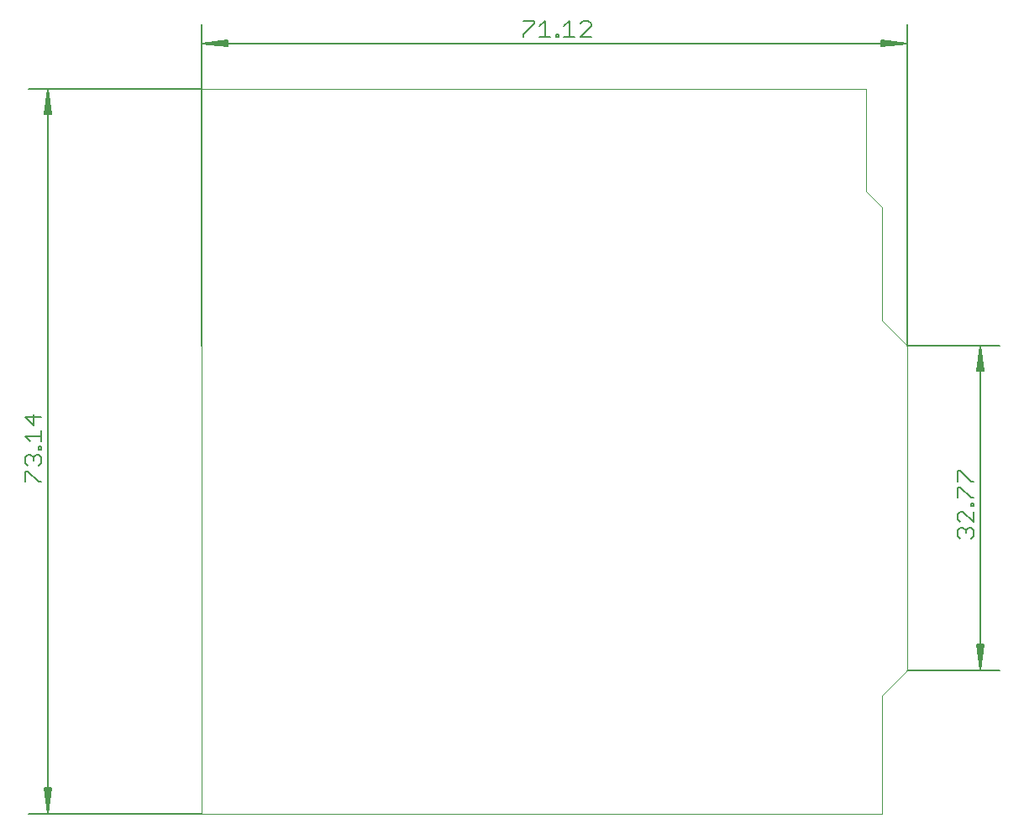
<source format=gbo>
G75*
G70*
%OFA0B0*%
%FSLAX24Y24*%
%IPPOS*%
%LPD*%
%AMOC8*
5,1,8,0,0,1.08239X$1,22.5*
%
%ADD10C,0.0000*%
%ADD11C,0.0051*%
%ADD12C,0.0060*%
D10*
X007360Y000754D02*
X007360Y029550D01*
X033730Y029550D01*
X033730Y025484D01*
X034360Y024854D01*
X034360Y020354D01*
X035360Y019354D01*
X035360Y006454D01*
X034360Y005454D01*
X034360Y000754D01*
X007360Y000754D01*
D11*
X000492Y000754D01*
X001260Y000754D02*
X001362Y001778D01*
X001385Y001778D02*
X001260Y000754D01*
X001157Y001778D01*
X001134Y001778D02*
X001385Y001778D01*
X001311Y001778D02*
X001260Y000754D01*
X001208Y001778D01*
X001134Y001778D02*
X001260Y000754D01*
X001260Y029550D01*
X001362Y028527D01*
X001385Y028527D02*
X001260Y029550D01*
X001157Y028527D01*
X001134Y028527D02*
X001385Y028527D01*
X001311Y028527D02*
X001260Y029550D01*
X001208Y028527D01*
X001134Y028527D02*
X001260Y029550D01*
X000492Y029550D02*
X007360Y029550D01*
X007360Y031354D02*
X008383Y031252D01*
X008383Y031228D02*
X007360Y031354D01*
X008383Y031456D01*
X008383Y031480D02*
X008383Y031228D01*
X008383Y031303D02*
X007360Y031354D01*
X008383Y031405D01*
X008383Y031480D02*
X007360Y031354D01*
X035360Y031354D01*
X034336Y031252D01*
X034336Y031228D02*
X035360Y031354D01*
X034336Y031456D01*
X034336Y031480D02*
X034336Y031228D01*
X034336Y031303D02*
X035360Y031354D01*
X034336Y031405D01*
X034336Y031480D02*
X035360Y031354D01*
X035360Y032122D02*
X035360Y019354D01*
X039027Y019354D01*
X038260Y019354D02*
X038362Y018330D01*
X038385Y018330D02*
X038134Y018330D01*
X038260Y019354D01*
X038157Y018330D01*
X038208Y018330D02*
X038260Y019354D01*
X038311Y018330D01*
X038385Y018330D02*
X038260Y019354D01*
X038260Y006454D01*
X038362Y007478D01*
X038385Y007478D02*
X038134Y007478D01*
X038260Y006454D01*
X038157Y007478D01*
X038208Y007478D02*
X038260Y006454D01*
X038311Y007478D01*
X038385Y007478D02*
X038260Y006454D01*
X039027Y006454D02*
X035360Y006454D01*
X007360Y019354D02*
X007360Y032122D01*
D12*
X020137Y032251D02*
X020564Y032251D01*
X020564Y032144D01*
X020137Y031717D01*
X020137Y031610D01*
X020781Y031610D02*
X021208Y031610D01*
X020995Y031610D02*
X020995Y032251D01*
X020781Y032037D01*
X021426Y031717D02*
X021533Y031717D01*
X021533Y031610D01*
X021426Y031610D01*
X021426Y031717D01*
X021748Y031610D02*
X022175Y031610D01*
X021962Y031610D02*
X021962Y032251D01*
X021748Y032037D01*
X022393Y032144D02*
X022499Y032251D01*
X022713Y032251D01*
X022820Y032144D01*
X022820Y032037D01*
X022393Y031610D01*
X022820Y031610D01*
X037363Y014364D02*
X037470Y014364D01*
X037897Y013937D01*
X038003Y013937D01*
X037470Y013720D02*
X037897Y013293D01*
X038003Y013293D01*
X038003Y013077D02*
X038003Y012970D01*
X037897Y012970D01*
X037897Y013077D01*
X038003Y013077D01*
X038003Y012753D02*
X038003Y012326D01*
X037576Y012753D01*
X037470Y012753D01*
X037363Y012646D01*
X037363Y012433D01*
X037470Y012326D01*
X037470Y012108D02*
X037576Y012108D01*
X037683Y012002D01*
X037790Y012108D01*
X037897Y012108D01*
X038003Y012002D01*
X038003Y011788D01*
X037897Y011681D01*
X037683Y011895D02*
X037683Y012002D01*
X037470Y012108D02*
X037363Y012002D01*
X037363Y011788D01*
X037470Y011681D01*
X037363Y013293D02*
X037363Y013720D01*
X037470Y013720D01*
X037363Y013937D02*
X037363Y014364D01*
X001003Y014681D02*
X000897Y014574D01*
X001003Y014681D02*
X001003Y014894D01*
X000897Y015001D01*
X000790Y015001D01*
X000683Y014894D01*
X000683Y014787D01*
X000683Y014894D02*
X000576Y015001D01*
X000470Y015001D01*
X000363Y014894D01*
X000363Y014681D01*
X000470Y014574D01*
X000470Y014356D02*
X000897Y013929D01*
X001003Y013929D01*
X000363Y013929D02*
X000363Y014356D01*
X000470Y014356D01*
X000897Y015218D02*
X000897Y015325D01*
X001003Y015325D01*
X001003Y015218D01*
X000897Y015218D01*
X001003Y015541D02*
X001003Y015968D01*
X001003Y015754D02*
X000363Y015754D01*
X000576Y015541D01*
X000683Y016185D02*
X000683Y016612D01*
X000363Y016506D02*
X000683Y016185D01*
X001003Y016506D02*
X000363Y016506D01*
M02*

</source>
